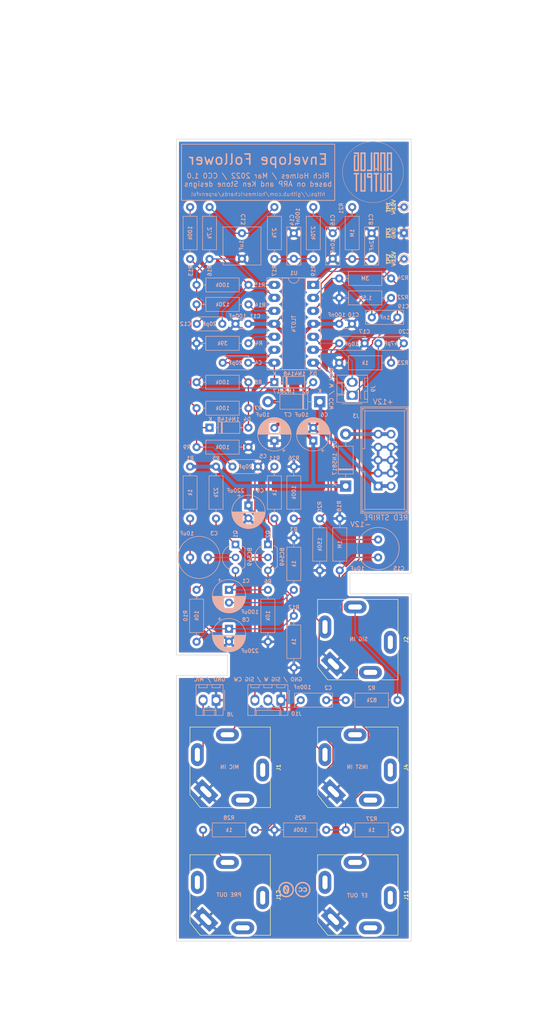
<source format=kicad_pcb>
(kicad_pcb (version 20211014) (generator pcbnew)
  (layers (0 "F.Cu" signal) (31 "B.Cu" signal) (34 "B.Paste" user) (35 "F.Paste" user) (36 "B.SilkS" user "B.Silkscreen") (37 "F.SilkS" user "F.Silkscreen") (38 "B.Mask" user) (39 "F.Mask" user) (44 "Edge.Cuts" user))
  (net 0 "")
  (net 1 "+12V")
  (net 2 "GND")
  (net 3 "-12V")
  (net 4 "/+12_IN")
  (net 5 "/-12_IN")
  (net 6 "Net-(C5-Pad1)")
  (net 7 "Net-(C8-Pad1)")
  (net 8 "Net-(C1-Pad1)")
  (net 9 "Net-(C13-Pad1)")
  (net 10 "Net-(C1-Pad2)")
  (net 11 "Net-(C2-Pad1)")
  (net 12 "Net-(C12-Pad2)")
  (net 13 "Net-(D3-Pad2)")
  (net 14 "/MIC_IN")
  (net 15 "Net-(C14-Pad1)")
  (net 16 "Net-(C3-Pad2)")
  (net 17 "SIGNAL_AC")
  (net 18 "Net-(C4-Pad2)")
  (net 19 "SIGNAL_ATT")
  (net 20 "Net-(C15-Pad2)")
  (net 21 "/INST_IN")
  (net 22 "MIC")
  (net 23 "/SIGNAL_IN")
  (net 24 "/EF_OUT")
  (net 25 "/PRE_OUT")
  (net 26 "Net-(C16-Pad1)")
  (net 27 "Net-(C18-Pad1)")
  (net 28 "GAIN_CCW")
  (net 29 "Net-(C20-Pad1)")
  (net 30 "Net-(C20-Pad2)")
  (net 31 "MIC_OUT")
  (net 32 "Net-(R4-Pad1)")
  (net 33 "Net-(C12-Pad1)")
  (net 34 "Net-(R14-Pad1)")
  (net 35 "Net-(Q1-Pad1)")
  (net 36 "GAIN_W")
  (footprint "ao_tht:Jack_6.35mm_PJ_629HAN_slots" (layer "F.Cu") (at 87.5 150 -90)
    (fp_text reference "J1")
    (fp_text value "AudioJack2_SwitchT")
  )
  (footprint "ao_tht:Jack_6.35mm_PJ_629HAN_slots" (layer "F.Cu") (at 87.5 175 -90)
    (fp_text reference "J12")
    (fp_text value "AudioJack2")
  )
  (footprint "arpenvfol:arpenvfol_panel_holes" (layer "F.Cu") (at 100 100)
    (fp_text reference "GRAF1" hide)
    (fp_text value "Holes" hide)
  )
  (footprint "ao_tht:Jack_6.35mm_PJ_629HAN_slots" (layer "F.Cu") (at 112.5 125 -90)
    (fp_text reference "J2")
    (fp_text value "AudioJack2_SwitchT")
  )
  (footprint "ao_tht:Jack_6.35mm_PJ_629HAN_slots" (layer "F.Cu") (at 112.5 175 -90)
    (fp_text reference "J11")
    (fp_text value "AudioJack2")
  )
  (footprint "ao_tht:Jack_6.35mm_PJ_629HAN_slots" (layer "F.Cu") (at 112.5 150 -90)
    (fp_text reference "J4")
    (fp_text value "AudioJack2_SwitchT")
  )
  (footprint "ao_tht:C_Disc_D5.0mm_W2.5mm_P5.00mm" (layer "B.Cu") (at 108.88 66.98)
    (fp_text reference "C17")
    (fp_text value "10pF")
  )
  (footprint "ao_tht:TO-92_Inline_Wide" (layer "B.Cu") (at 88.57 106.35 -90)
    (fp_text reference "Q1")
    (fp_text value "BC549")
  )
  (footprint "ao_tht:R_Axial_DIN0207_L6.3mm_D2.5mm_P10.16mm_Horizontal" (layer "B.Cu") (at 119.05 58.09 180)
    (fp_text reference "R22")
    (fp_text value "1.5M")
  )
  (footprint "ao_tht:R_Axial_DIN0207_L6.3mm_D2.5mm_P10.16mm_Horizontal" (layer "B.Cu") (at 84.76 91.11 -90)
    (fp_text reference "R5")
    (fp_text value "22k")
  )
  (footprint "ao_tht:D_DO-41_SOD81_P10.16mm_Horizontal" (layer "B.Cu") (at 105.08 78.41 180)
    (fp_text reference "D2")
    (fp_text value "1N5817")
  )
  (footprint "ao_tht:CP_Radial_D6.3mm_P2.50mm" (layer "B.Cu") (at 103.81 86.03 90)
    (fp_text reference "C6")
    (fp_text value "10uF")
  )
  (footprint "ao_tht:R_Axial_DIN0207_L6.3mm_D2.5mm_P10.16mm_Horizontal" (layer "B.Cu") (at 91.11 79.68 180)
    (fp_text reference "R7")
    (fp_text value "100k")
  )
  (footprint "ao_tht:R_Axial_DIN0207_L6.3mm_D2.5mm_P10.16mm_Horizontal" (layer "B.Cu") (at 119.05 54.28 180)
    (fp_text reference "R24")
    (fp_text value "3M")
  )
  (footprint "ao_tht:R_Axial_DIN0207_L6.3mm_D2.5mm_P10.16mm_Horizontal" (layer "B.Cu") (at 79.68 40.31 -90)
    (fp_text reference "R13")
    (fp_text value "100k")
  )
  (footprint "ao_tht:Molex_KK-254_AE-6410-02A_1x02_P2.54mm_Vertical" (layer "B.Cu") (at 84.76 136.83 180)
    (fp_text reference "J8")
    (fp_text value "2_pin_Molex_header")
  )
  (footprint "ao_tht:R_Axial_DIN0207_L6.3mm_D2.5mm_P10.16mm_Horizontal" (layer "B.Cu") (at 80.95 55.55)
    (fp_text reference "R15")
    (fp_text value "100k")
  )
  (footprint "ao_tht:C_Radial_D8.0mm_H11.5mm_P3.50mm" (layer "B.Cu") (at 79.68 108.89)
    (fp_text reference "C3")
    (fp_text value "10uF")
  )
  (footprint "ao_tht:R_Axial_DIN0207_L6.3mm_D2.5mm_P10.16mm_Horizontal" (layer "B.Cu") (at 109 111.43 90)
    (fp_text reference "R18")
    (fp_text value "1M")
  )
  (footprint "ao_tht:CP_Radial_D6.3mm_P2.50mm" (layer "B.Cu") (at 91.11 98.73 -90)
    (fp_text reference "C9")
    (fp_text value "220uF")
  )
  (footprint "ao_tht:CP_Radial_D6.3mm_P2.50mm" (layer "B.Cu") (at 87.3 122.86 -90)
    (fp_text reference "C8")
    (fp_text value "220uF")
  )
  (footprint "ao_tht:TestPoint_THTPad_D1.5mm_Drill0.7mm" (layer "B.Cu") (at 121.59 40.31 -90)
    (fp_text reference "TP1")
    (fp_text value "-12V")
  )
  (footprint "ao_tht:R_Axial_DIN0207_L6.3mm_D2.5mm_P10.16mm_Horizontal" (layer "B.Cu") (at 100 115.24 90)
    (fp_text reference "R3")
    (fp_text value "1k")
  )
  (footprint "ao_tht:R_Axial_DIN0207_L6.3mm_D2.5mm_P10.16mm_Horizontal" (layer "B.Cu") (at 106.35 162.23 180)
    (fp_text reference "R25")
    (fp_text value "100k")
  )
  (footprint "ao_tht:C_Rect_L7.2mm_W7.2mm_P5.00mm_FKS2_FKP2_MKS2_MKP2" (layer "B.Cu") (at 89.84 45.43 -90)
    (fp_text reference "C13")
    (fp_text value "1uF")
  )
  (footprint "ao_tht:R_Axial_DIN0207_L6.3mm_D2.5mm_P10.16mm_Horizontal" (layer "B.Cu") (at 91.11 59.36 180)
    (fp_text reference "R14")
    (fp_text value "120k")
  )
  (footprint "ao_tht:C_Disc_D5.0mm_W2.5mm_P5.00mm" (layer "B.Cu") (at 85.99 63.17 180)
    (fp_text reference "C12")
    (fp_text value "20pF")
  )
  (footprint "ao_tht:D_DO-41_SOD81_P10.16mm_Horizontal" (layer "B.Cu") (at 110.16 94.92 90)
    (fp_text reference "D1")
    (fp_text value "1N5817")
  )
  (footprint "ao_tht:C_Rect_L7.2mm_W2.5mm_P5.00mm_FKS2_FKP2_MKS2_MKP2" (layer "B.Cu") (at 115.24 50.43 90)
    (fp_text reference "C18")
    (fp_text value "2nF")
  )
  (footprint "ao_tht:R_Axial_DIN0207_L6.3mm_D2.5mm_P10.16mm_Horizontal" (layer "B.Cu") (at 108.89 70.79)
    (fp_text reference "R23")
    (fp_text value "1k")
  )
  (footprint "ao_tht:C_Rect_L7.2mm_W2.5mm_P5.00mm_FKS2_FKP2_MKS2_MKP2" (layer "B.Cu") (at 115.28 61.9)
    (fp_text reference "C20")
    (fp_text value "1nF")
  )
  (footprint "ao_tht:C_Disc_D5.0mm_W2.5mm_P5.00mm" (layer "B.Cu") (at 121.55 66.98 180)
    (fp_text reference "C19")
    (fp_text value "47pF")
  )
  (footprint "ao_tht:CC0_logo" (layer "B.Cu") (at 100.127 173.914 180)
    (fp_text reference "GRAF3" hide)
    (fp_text value "CC0 logo" hide)
  )
  (footprint "ao_tht:TO-92_Inline_Wide" (layer "B.Cu") (at 94.92 106.35 -90)
    (fp_text reference "Q2")
    (fp_text value "BC549")
  )
  (footprint "ao_tht:Molex_KK-254_AE-6410-03A_1x03_P2.54mm_Vertical" (layer "B.Cu") (at 97.46 136.83 180)
    (fp_text reference "J10")
    (fp_text value "3_pin_Molex_header")
  )
  (footprint "ao_tht:CP_Radial_D6.3mm_P2.50mm" (layer "B.Cu") (at 87.3 115.24 -90)
    (fp_text reference "C1")
    (fp_text value "100uF")
  )
  (footprint "ao_tht:R_Axial_DIN0207_L6.3mm_D2.5mm_P10.16mm_Horizontal" (layer "B.Cu") (at 105.08 101.27 -90)
    (fp_text reference "R20")
    (fp_text value "150k")
  )
  (footprint "ao_tht:R_Axial_DIN0207_L6.3mm_D2.5mm_P10.16mm_Horizontal" (layer "B.Cu") (at 91.1 66.975 180)
    (fp_text reference "R4")
    (fp_text value "39k")
  )
  (footprint "ao_tht:R_Axial_DIN0207_L6.3mm_D2.5mm_P10.16mm_Horizontal" (layer "B.Cu") (at 92.38 162.23 180)
    (fp_text reference "R28")
    (fp_text value "1k")
  )
  (footprint "ao_tht:C_Disc_D3.0mm_W1.6mm_P2.50mm" (layer "B.Cu") (at 108.89 63.165)
    (fp_text reference "C10")
    (fp_text value "100nF")
  )
  (footprint "ao_tht:Power_Header" (layer "B.Cu") (at 116.51 94.92)
    (fp_text reference "J3")
    (fp_text value "Synth_power_2x5")
  )
  (footprint "ao_tht:C_Rect_L7.2mm_W2.5mm_P5.00mm_FKS2_FKP2_MKS2_MKP2" (layer "B.Cu") (at 107.62 45.43 -90)
    (fp_text reference "C16")
    (fp_text value "10nF")
  )
  (footprint "ao_tht:R_Axial_DIN0207_L6.3mm_D2.5mm_P10.16mm_Horizontal" (layer "B.Cu") (at 103.81 50.47 90)
    (fp_text reference "R19")
    (fp_text value "270k")
  )
  (footprint "ao_tht:R_Axial_DIN0207_L6.3mm_D2.5mm_P10.16mm_Horizontal" (layer "B.Cu") (at 94.92 115.24 -90)
    (fp_text reference "R6")
    (fp_text value "10k")
  )
  (footprint "ao_tht:D_DO-35_SOD27_P7.62mm_Horizontal" (layer "B.Cu") (at 96.18 74.595)
    (fp_text reference "D3")
    (fp_text value "1N4148")
  )
  (footprint "ao_tht:R_Axial_DIN0207_L6.3mm_D2.5mm_P10.16mm_Horizontal" (layer "B.Cu") (at 120.32 136.83 180)
    (fp_text reference "R2")
    (fp_text value "82k")
  )
  (footprint "ao_tht:C_Rect_L7.2mm_W2.5mm_P5.00mm_FKS2_FKP2_MKS2_MKP2" (layer "B.Cu") (at 100 50.43 90)
    (fp_text reference "C14")
    (fp_text value "100nF")
  )
  (footprint "ao_tht:R_Axial_DIN0207_L6.3mm_D2.5mm_P10.16mm_Horizontal" (layer "B.Cu") (at 96.19 40.31 -90)
    (fp_text reference "R17")
    (fp_text value "27k")
  )
  (footprint "ao_tht:R_Axial_DIN0207_L6.3mm_D2.5mm_P10.16mm_Horizontal" (layer "B.Cu") (at 79.68 91.11 -90)
    (fp_text reference "R1")
    (fp_text value "1k")
  )
  (footprint "ao_tht:C_Radial_D8.0mm_H11.5mm_P3.50mm" (layer "B.Cu") (at 116.51 108.89 90)
    (fp_text reference "C15")
    (fp_text value "10uF")
  )
  (footprint "ao_tht:Molex_KK-254_AE-6410-02A_1x02_P2.54mm_Vertical" (layer "B.Cu") (at 111.43 77.14 90)
    (fp_text reference "J9")
    (fp_text value "2_pin_Molex_header")
  )
  (footprint "ao_tht:R_Axial_DIN0207_L6.3mm_D2.5mm_P10.16mm_Horizontal" (layer "B.Cu") (at 110.16 162.23)
    (fp_text reference "R27")
    (fp_text value "1k")
  )
  (footprint "ao_tht:D_DO-35_SOD27_P7.62mm_Horizontal" (layer "B.Cu") (at 83.48 83.49)
    (fp_text reference "D4")
    (fp_text value "1N4148")
  )
  (footprint "ao_tht:R_Axial_DIN0207_L6.3mm_D2.5mm_P10.16mm_Horizontal" (layer "B.Cu") (at 100 120.32 -90)
    (fp_text reference "R12")
    (fp_text value "1k")
  )
  (footprint "ao_tht:C_Disc_D5.0mm_W2.5mm_P5.00mm" (layer "B.Cu") (at 87.975 91.11)
    (fp_text reference "C5")
    (fp_text value "20pF")
  )
  (footprint "ao_tht:R_Axial_DIN0207_L6.3mm_D2.5mm_P10.16mm_Horizontal" (layer "B.Cu") (at 111.43 40.31 -90)
    (fp_text reference "R21")
    (fp_text value "1M")
  )
  (footprint "ao_tht:CP_Radial_D6.3mm_P2.50mm" (layer "B.Cu") (at 96.19 86.03 90)
    (fp_text reference "C7")
    (fp_text value "10uF")
  )
  (footprint "ao_tht:R_Axial_DIN0207_L6.3mm_D2.5mm_P10.16mm_Horizontal" (layer "B.Cu") (at 96.19 91.11 -90)
    (fp_text reference "R11")
    (fp_text value "1k")
  )
  (footprint "ao_tht:R_Axial_DIN0207_L6.3mm_D2.5mm_P10.16mm_Horizontal" (layer "B.Cu") (at 83.49 50.47 90)
    (fp_text reference "R16")
    (fp_text value "2.7k")
  )
  (footprint "ao_tht:C_Disc_D5.0mm_W2.5mm_P5.00mm" (layer "B.Cu") (at 86.07 70.79)
    (fp_text reference "C4")
    (fp_text value "20pF")
  )
  (footprint "ao_tht:R_Axial_DIN0207_L6.3mm_D2.5mm_P10.16mm_Horizontal" (layer "B.Cu") (at 100 101.27 90)
    (fp_text reference "R26")
    (fp_text value "100k")
  )
  (footprint "ao_tht:R_Axial_DIN0207_L6.3mm_D2.5mm_P10.16mm_Horizontal" (layer "B.Cu") (at 91.11 87.3 180)
    (fp_text reference "R9")
    (fp_text value "100k")
  )
  (footprint "ao_tht:analogoutput_12mm" (layer "B.Cu") (at 115.494 33.452 180)
    (fp_text reference "GRAF2" hide)
    (fp_text value "AO logo" hide)
  )
  (footprint "ao_tht:R_Axial_DIN0207_L6.3mm_D2.5mm_P10.16mm_Horizontal" (layer "B.Cu") (at 80.94 74.595)
    (fp_text reference "R8")
    (fp_text value "100k")
  )
  (footprint "ao_tht:TestPoint_THTPad_1.5x1.5mm_Drill0.7mm" (layer "B.Cu") (at 121.59 45.39 -90)
    (fp_text reference "TP3")
    (fp_text value "GND")
  )
  (footprint "ao_tht:R_Axial_DIN0207_L6.3mm_D2.5mm_P10.16mm_Horizontal" (layer "B.Cu") (at 80.95 115.24 -90)
    (fp_text reference "R10")
    (fp_text value "10k")
  )
  (footprint "ao_tht:TestPoint_THTPad_D1.5mm_Drill0.7mm" (layer "B.Cu") (at 121.59 50.47 -90)
    (fp_text reference "TP2")
    (fp_text value "+12V")
  )
  (footprint "ao_tht:DIP-14_W7.62mm_Socket_LongPads" (layer "B.Cu") (at 103.8 55.545 180)
    (fp_text reference "U1")
    (fp_text value "TL074")
  )
  (footprint "ao_tht:C_Disc_D3.0mm_W1.6mm_P2.50mm" (layer "B.Cu") (at 88.57 63.165)
    (fp_text reference "C11")
    (fp_text value "100nF")
  )
  (footprint "ao_tht:C_Rect_L7.2mm_W2.5mm_P5.00mm_FKS2_FKP2_MKS2_MKP2" (layer "B.Cu") (at 106.35 136.83 180)
    (fp_text reference "C2")
    (fp_text value "100nF")
  )
  (gr_rect (start 108 28) (end 78 39) (layer "B.SilkS") (width 0.15) (fill none))
  (gr_line (start 111 112) (end 111 116) (layer "Edge.Cuts") (width 0.1))
  (gr_line (start 123 27) (end 77 27) (layer "Edge.Cuts") (width 0.1))
  (gr_line (start 87 128) (end 77 128) (layer "Edge.Cuts") (width 0.1))
  (gr_line (start 123 112) (end 123 27) (layer "Edge.Cuts") (width 0.1))
  (gr_line (start 87 132) (end 77 132) (layer "Edge.Cuts") (width 0.1))
  (gr_line (start 111 116) (end 123 116) (layer "Edge.Cuts") (width 0.1))
  (gr_line (start 87 128) (end 87 132) (layer "Edge.Cuts") (width 0.1))
  (gr_line (start 123 184) (end 123 116) (layer "Edge.Cuts") (width 0.1))
  (gr_line (start 77 132) (end 77 184) (layer "Edge.Cuts") (width 0.1))
  (gr_line (start 123 112) (end 111 112) (layer "Edge.Cuts") (width 0.1))
  (gr_line (start 77 128) (end 77 128) (layer "Edge.Cuts") (width 0.1))
  (gr_line (start 77 27) (end 77 128) (layer "Edge.Cuts") (width 0.1))
  (gr_line (start 77 184) (end 123 184) (layer "Edge.Cuts") (width 0.1))
  (gr_text "Rich Holmes / Mar 2022 / CC0 1.0\nbased on ARP and Ken Stone designs" (at 93 35) (layer "B.SilkS") (effects (font (size 1 1)) (justify mirror)))
  (gr_text "MIC IN" (at 87.427 149.911) (layer "B.SilkS") (effects (font (size 0.75 0.75)) (justify mirror)))
  (gr_text "EF OUT" (at 112.446 175.057) (layer "B.SilkS") (effects (font (size 0.75 0.75)) (justify mirror)))
  (gr_text "Envelope Follower" (at 93 31) (layer "B.SilkS") (effects (font (size 2 2) (thickness 0.3)) (justify mirror)))
  (gr_text "PRE OUT" (at 87.3 174.93) (layer "B.SilkS") (effects (font (size 0.75 0.75)) (justify mirror)))
  (gr_text "GND / SIG W / SIG CW" (at 94.92 132.766) (layer "B.SilkS") (effects (font (size 0.75 0.75)) (justify mirror)))
  (gr_text "SIG IN" (at 112.7 124.892) (layer "B.SilkS") (effects (font (size 0.75 0.75)) (justify mirror)))
  (gr_text "INST IN" (at 112.446 149.911) (layer "B.SilkS") (effects (font (size 0.75 0.75)) (justify mirror)))
  (gr_text "GND / MIC" (at 83.49 132.766) (layer "B.SilkS") (effects (font (size 0.75 0.75)) (justify mirror)))
  (gr_text "https://github.com/holmesrichards/arpenvfol" (at 93 37.77) (layer "B.SilkS") (effects (font (size 0.75 0.75) (thickness 0.1)) (justify mirror)))
  (gr_text "GAIN W / CCW" (at 107.366 75.87 90) (layer "B.SilkS") (effects (font (size 0.75 0.75)) (justify mirror)))
  (segment (start 101.97548 84.19548) (end 103.81 86.03) (width 0.75) (layer "F.Cu") (net 1))
  (segment (start 103.8 63.165) (end 101.97548 64.98952) (width 0.75) (layer "F.Cu") (net 1))
  (segment (start 121.19899 50.47) (end 108.89 62.77899) (width 0.25) (layer "F.Cu") (net 1))
  (segment (start 101.97548 64.98952) (end 101.97548 84.19548) (width 0.75) (layer "F.Cu") (net 1))
  (segment (start 91.11 99.215436) (end 91.11 98.73) (width 0.75) (layer "B.Cu") (net 1))
  (segment (start 91.11 94.92) (end 91.11 98.73) (width 0.75) (layer "B.Cu") (net 1))
  (segment (start 94.92 106.35) (end 94.92 103.025436) (width 0.75) (layer "B.Cu") (net 1))
  (segment (start 94.92 103.025436) (end 91.11 99.215436) (width 0.75) (layer "B.Cu") (net 1))
  (segment (start 88.57 94.92) (end 84.76 91.11) (width 0.75) (layer "B.Cu") (net 1))
  (segment (start 84.76 91.11) (end 79.68 91.11) (width 0.75) (layer "B.Cu") (net 1))
  (segment (start 103.81 94.92) (end 91.11 94.92) (width 0.75) (layer "B.Cu") (net 1))
  (segment (start 110.16 94.92) (end 103.81 94.92) (width 0.75) (layer "B.Cu") (net 1))
  (segment (start 103.81 94.92) (end 103.81 86.03) (width 0.75) (layer "B.Cu") (net 1))
  (segment (start 103.8 63.165) (end 108.89 63.165) (width 0.75) (layer "B.Cu") (net 1))
  (segment (start 91.11 94.92) (end 88.57 94.92) (width 0.75) (layer "B.Cu") (net 1))
  (segment (start 102.225489 57.119511) (end 102.225489 54.163501) (width 0.25) (layer "F.Cu") (net 3))
  (segment (start 98.222 78.537) (end 98.222 81.498) (width 0.75) (layer "F.Cu") (net 3))
  (segment (start 98.222 78.537) (end 98.095 78.41) (width 0.75) (layer "F.Cu") (net 3))
  (segment (start 96.18 63.165) (end 102.225489 57.119511) (width 0.25) (layer "F.Cu") (net 3))
  (segment (start 98.222 65.207) (end 98.222 78.537) (width 0.75) (layer "F.Cu") (net 3))
  (segment (start 102.225489 54.163501) (end 116.07899 40.31) (width 0.25) (layer "F.Cu") (net 3))
  (segment (start 98.222 81.498) (end 96.19 83.53) (width 0.75) (layer "F.Cu") (net 3))
  (segment (start 96.18 63.165) (end 98.222 65.207) (width 0.75) (layer "F.Cu") (net 3))
  (segment (start 116.07899 40.31) (end 121.59 40.31) (width 0.25) (layer "F.Cu") (net 3))
  (segment (start 98.095 78.41) (end 94.92 78.41) (width 0.75) (layer "F.Cu") (net 3))
  (segment (start 91.07 63.165) (end 96.18 63.165) (width 0.75) (layer "B.Cu") (net 3))
  (segment (start 119.05 84.76) (end 116.51 84.76) (width 0.75) (layer "B.Cu") (net 4))
  (segment (start 116.51 84.76) (end 110.16 84.76) (width 0.75) (layer "B.Cu") (net 4))
  (segment (start 105.234511 83.644511) (end 105.234511 78.564511) (width 0.75) (layer "B.Cu") (net 5))
  (segment (start 116.51 94.92) (end 105.234511 83.644511) (width 0.75) (layer "B.Cu") (net 5))
  (segment (start 119.05 94.92) (end 116.51 94.92) (width 0.75) (layer "B.Cu") (net 5))
  (segment (start 80.95 83.49) (end 80.95 87.3) (width 0.25) (layer "F.Cu") (net 6))
  (segment (start 80.95 61.011) (end 79.815489 62.145511) (width 0.25) (layer "F.Cu") (net 6))
  (segment (start 79.815489 62.145511) (end 79.815489 78.545489) (width 0.25) (layer "F.Cu") (net 6))
  (segment (start 79.815489 78.545489) (end 80.95 79.68) (width 0.25) (layer "F.Cu") (net 6))
  (segment (start 80.95 59.36) (end 80.95 61.011) (width 0.25) (layer "F.Cu") (net 6))
  (segment (start 80.95 79.68) (end 80.95 83.49) (width 0.25) (layer "F.Cu") (net 6))
  (segment (start 80.95 83.49) (end 83.48 83.49) (width 0.25) (layer "F.Cu") (net 6))
  (segment (start 80.95 87.3) (end 84.165 87.3) (width 0.25) (layer "B.Cu") (net 6))
  (segment (start 84.165 87.3) (end 87.975 91.11) (width 0.25) (layer "B.Cu") (net 6))
  (segment (start 100 116.8303) (end 100 120.32) (width 0.25) (layer "F.Cu") (net 7))
  (segment (start 96.571 113.4013) (end 100 116.8303) (width 0.25) (layer "F.Cu") (net 7))
  (segment (start 96.571 101.651) (end 96.571 113.4013) (width 0.25) (layer "F.Cu") (net 7))
  (segment (start 87.3 122.86) (end 97.46 122.86) (width 0.25) (layer "B.Cu") (net 7))
  (segment (start 83.49 122.86) (end 80.95 125.4) (width 0.25) (layer "B.Cu") (net 7))
  (segment (start 87.3 122.86) (end 83.49 122.86) (width 0.25) (layer "B.Cu") (net 7))
  (segment (start 97.46 122.86) (end 100 120.32) (width 0.25) (layer "B.Cu") (net 7))
  (segment (start 88.57 111.43) (end 88.57 113.97) (width 0.25) (layer "F.Cu") (net 8))
  (segment (start 88.57 113.97) (end 87.3 115.24) (width 0.25) (layer "F.Cu") (net 8))
  (segment (start 94.92 115.24) (end 87.3 115.24) (width 0.25) (layer "B.Cu") (net 8))
  (segment (start 89.84 45.43) (end 91.07 45.43) (width 0.25) (layer "B.Cu") (net 9))
  (segment (start 83.49 40.31) (end 88.61 45.43) (width 0.25) (layer "B.Cu") (net 9))
  (segment (start 88.61 45.43) (end 89.84 45.43) (width 0.25) (layer "B.Cu") (net 9))
  (segment (start 91.07 45.43) (end 96.19 40.31) (width 0.25) (layer "B.Cu") (net 9))
  (segment (start 97.5 117.74) (end 100 115.24) (width 0.25) (layer "B.Cu") (net 10))
  (segment (start 87.3 117.74) (end 97.5 117.74) (width 0.25) (layer "B.Cu") (net 10))
  (segment (start 110.16 136.83) (end 106.35 136.83) (width 0.25) (layer "B.Cu") (net 11))
  (segment (start 82.074511 62.085489) (end 80.99 63.17) (width 0.25) (layer "F.Cu") (net 12))
  (segment (start 82.074511 58.894211) (end 82.074511 62.085489) (width 0.25) (layer "F.Cu") (net 12))
  (segment (start 81.415789 58.235489) (end 82.074511 58.894211) (width 0.25) (layer "F.Cu") (net 12))
  (segment (start 80.95 55.55) (end 80.95 57.836) (width 0.25) (layer "F.Cu") (net 12))
  (segment (start 81.349489 58.235489) (end 81.415789 58.235489) (width 0.25) (layer "F.Cu") (net 12))
  (segment (start 80.95 57.836) (end 81.349489 58.235489) (width 0.25) (layer "F.Cu") (net 12))
  (segment (start 93.264 55.545) (end 88.189 50.47) (width 0.25) (layer "B.Cu") (net 12))
  (segment (start 80.95 55.55) (end 80.95 53.01) (width 0.25) (layer "B.Cu") (net 12))
  (segment (start 96.18 55.545) (end 93.264 55.545) (width 0.25) (layer "B.Cu") (net 12))
  (segment (start 88.189 50.47) (end 83.49 50.47) (width 0.25) (layer "B.Cu") (net 12))
  (segment (start 80.95 53.01) (end 83.49 50.47) (width 0.25) (layer "B.Cu") (net 12))
  (segment (start 80.94 74.595) (end 82.79651 72.73849) (width 0.25) (layer "F.Cu") (net 13))
  (segment (start 82.79651 53.58651) (end 79.68 50.47) (width 0.25) (layer "F.Cu") (net 13))
  (segment (start 82.79651 72.73849) (end 82.79651 53.58651) (width 0.25) (layer "F.Cu") (net 13))
  (segment (start 103.8 74.595) (end 102.675489 75.719511) (width 0.25) (layer "B.Cu") (net 13))
  (segment (start 102.675489 75.719511) (end 82.064511 75.719511) (width 0.25) (layer "B.Cu") (net 13))
  (segment (start 82.064511 75.719511) (end 80.94 74.595) (width 0.25) (layer "B.Cu") (net 13))
  (segment (start 79.68 119.3303) (end 79.68 108.89) (width 0.25) (layer "F.Cu") (net 14))
  (segment (start 86.860511 126.484511) (end 86.834211 126.484511) (width 0.25) (layer "F.Cu") (net 14))
  (segment (start 86.834211 126.484511) (end 79.68 119.3303) (width 0.25) (layer "F.Cu") (net 14))
  (segment (start 87 143.6) (end 88.443 142.157) (width 0.25) (layer "F.Cu") (net 14))
  (segment (start 88.443 128.067) (end 86.860511 126.484511) (width 0.25) (layer "F.Cu") (net 14))
  (segment (start 88.443 142.157) (end 88.443 128.067) (width 0.25) (layer "F.Cu") (net 14))
  (segment (start 79.68 101.27) (end 79.68 108.89) (width 0.25) (layer "F.Cu") (net 14))
  (segment (start 100 50.43) (end 103.77 50.43) (width 0.25) (layer "B.Cu") (net 15))
  (segment (start 96.19 50.47) (end 99.96 50.47) (width 0.25) (layer "B.Cu") (net 15))
  (segment (start 83.18 113.01) (end 80.95 115.24) (width 0.25) (layer "F.Cu") (net 16))
  (segment (start 83.18 108.89) (end 83.18 113.01) (width 0.25) (layer "F.Cu") (net 16))
  (segment (start 88.57 108.89) (end 83.18 108.89) (width 0.25) (layer "B.Cu") (net 16))
  (segment (start 99.92548 138.25452) (end 96.34452 138.25452) (width 0.25) (layer "B.Cu") (net 17))
  (segment (start 101.35 136.83) (end 99.92548 138.25452) (width 0.25) (layer "B.Cu") (net 17))
  (segment (start 96.34452 138.25452) (end 94.92 136.83) (width 0.25) (layer "B.Cu") (net 17))
  (segment (start 92.234511 77.490489) (end 92.234511 81.222489) (width 0.25) (layer "F.Cu") (net 18))
  (segment (start 96.18 70.785) (end 96.18 74.595) (width 0.25) (layer "F.Cu") (net 18))
  (segment (start 96.18 74.595) (end 95.13 74.595) (width 0.25) (layer "F.Cu") (net 18))
  (segment (start 95.13 74.595) (end 92.234511 77.490489) (width 0.25) (layer "F.Cu") (net 18))
  (segment (start 91.1 82.357) (end 91.1 83.49) (width 0.25) (layer "F.Cu") (net 18))
  (segment (start 92.234511 81.222489) (end 91.1 82.357) (width 0.25) (layer "F.Cu") (net 18))
  (segment (start 91.07 70.79) (end 96.175 70.79) (width 0.25) (layer "B.Cu") (net 18))
  (segment (start 89.975489 82.719511) (end 89.975489 91.245489) (width 0.25) (layer "F.Cu") (net 19))
  (segment (start 92.38 93.65) (end 92.38 136.83) (width 0.25) (layer "F.Cu") (net 19))
  (segment (start 91.11 79.68) (end 91.11 81.585) (width 0.25) (layer "F.Cu") (net 19))
  (segment (start 91.11 81.585) (end 89.975489 82.719511) (width 0.25) (layer "F.Cu") (net 19))
  (segment (start 86.07 70.79) (end 87.295 70.79) (width 0.25) (layer "F.Cu") (net 19))
  (segment (start 91.1 74.595) (end 91.1 79.67) (width 0.25) (layer "F.Cu") (net 19))
  (segment (start 87.295 70.79) (end 91.1 74.595) (width 0.25) (layer "F.Cu") (net 19))
  (segment (start 89.975489 91.245489) (end 92.38 93.65) (width 0.25) (layer "F.Cu") (net 19))
  (segment (start 87.213 69.647) (end 86.07 70.79) (width 0.25) (layer "B.Cu") (net 19))
  (segment (start 96.18 68.245) (end 94.778 69.647) (width 0.25) (layer "B.Cu") (net 19))
  (segment (start 94.778 69.647) (end 87.213 69.647) (width 0.25) (layer "B.Cu") (net 19))
  (segment (start 107.30751 99.04249) (end 105.08 101.27) (width 0.25) (layer "F.Cu") (net 20))
  (segment (start 108.88 66.98) (end 107.30751 68.55249) (width 0.25) (layer "F.Cu") (net 20))
  (segment (start 107.30751 68.55249) (end 107.30751 99.04249) (width 0.25) (layer "F.Cu") (net 20))
  (segment (start 109.2 105.39) (end 116.51 105.39) (width 0.25) (layer "B.Cu") (net 20))
  (segment (start 105.075 66.98) (end 103.8 65.705) (width 0.25) (layer "B.Cu") (net 20))
  (segment (start 105.08 101.27) (end 109.2 105.39) (width 0.25) (layer "B.Cu") (net 20))
  (segment (start 108.88 66.98) (end 105.075 66.98) (width 0.25) (layer "B.Cu") (net 20))
  (segment (start 108.89 111.54) (end 108.89 127.848037) (width 0.25) (layer "F.Cu") (net 21))
  (segment (start 111.97597 130.934007) (end 111.97597 143.57597) (width 0.25) (layer "F.Cu") (net 21))
  (segment (start 108.89 127.848037) (end 111.97597 130.934007) (width 0.25) (layer "F.Cu") (net 21))
  (segment (start 111.54 108.89) (end 116.51 108.89) (width 0.25) (layer "B.Cu") (net 21))
  (segment (start 109 111.43) (end 111.54 108.89) (width 0.25) (layer "B.Cu") (net 21))
  (segment (start 82.22 146.38) (end 81.1 147.5) (width 0.25) (layer "F.Cu") (net 22))
  (segment (start 82.22 136.83) (end 82.22 146.38) (width 0.25) (layer "F.Cu") (net 22))
  (segment (start 112 124.064296) (end 112 118.6) (width 0.25) (layer "B.Cu") (net 23))
  (segment (start 120.32 136.83) (end 120.32 132.384296) (width 0.25) (layer "B.Cu") (net 23))
  (segment (start 120.32 132.384296) (end 112 124.064296) (width 0.25) (layer "B.Cu") (net 23))
  (segment (start 120.32 162.23) (end 118.37 162.23) (width 0.25) (layer "F.Cu") (net 24))
  (segment (start 118.37 162.23) (end 112 168.6) (width 0.25) (layer "F.Cu") (net 24))
  (segment (start 82.22 163.82) (end 87 168.6) (width 0.25) (layer "F.Cu") (net 25))
  (segment (start 82.22 162.23) (end 82.22 163.82) (width 0.25) (layer "F.Cu") (net 25))
  (segment (start 103.81 40.31) (end 103.81 41.62) (width 0.25) (layer "B.Cu") (net 26))
  (segment (start 103.81 41.62) (end 107.62 45.43) (width 0.25) (layer "B.Cu") (net 26))
  (segment (start 107.62 45.43) (end 111.43 41.62) (width 0.25) (layer "B.Cu") (net 26))
  (segment (start 111.43 41.62) (end 111.43 40.31) (width 0.25) (layer "B.Cu") (net 26))
  (segment (start 105.32452 55.30548) (end 105.32452 59.10048) (width 0.25) (layer "F.Cu") (net 27))
  (segment (start 105.32452 59.10048) (end 103.8 60.625) (width 0.25) (layer "F.Cu") (net 27))
  (segment (start 110.16 50.47) (end 111.43 50.47) (width 0.25) (layer "F.Cu") (net 27))
  (segment (start 105.32452 55.30548) (end 110.16 50.47) (width 0.25) (layer "F.Cu") (net 27))
  (segment (start 111.43 50.47) (end 115.2 50.47) (width 0.25) (layer "F.Cu") (net 27))
  (segment (start 106.731 73.716) (end 106.731 95.809) (width 0.25) (layer "F.Cu") (net 28))
  (segment (start 104.960606 143.133899) (end 107.67452 145.847813) (width 0.25) (layer "F.Cu") (net 28))
  (segment (start 106.731 95.809) (end 101.27 101.27) (width 0.25) (layer "F.Cu") (net 28))
  (segment (start 103.8 70.785) (end 106.731 73.716) (width 0.25) (layer "F.Cu") (net 28))
  (segment (start 106.1 122.5) (end 104.960606 123.639394) (width 0.25) (layer "F.Cu") (net 28))
  (segment (start 101.27 117.67) (end 106.1 122.5) (width 0.25) (layer "F.Cu") (net 28))
  (segment (start 94.596707 162.23) (end 92.38 162.23) (width 0.25) (layer "F.Cu") (net 28))
  (segment (start 107.67452 149.152187) (end 94.596707 162.23) (width 0.25) (layer "F.Cu") (net 28))
  (segment (start 104.960606 123.639394) (end 104.960606 143.133899) (width 0.25) (layer "F.Cu") (net 28))
  (segment (start 107.67452 145.847813) (end 107.67452 149.152187) (width 0.25) (layer "F.Cu") (net 28))
  (segment (start 101.27 101.27) (end 101.27 117.67) (width 0.25) (layer "F.Cu") (net 28))
  (segment (start 101.27 101.27) (end 100 101.27) (width 0.25) (layer "F.Cu") (net 28))
  (segment (start 111.43 77.14) (end 116.55 72.02) (width 0.25) (layer "B.Cu") (net 28))
  (segment (start 105.075 70.785) (end 111.43 77.14) (width 0.25) (layer "B.Cu") (net 28))
  (segment (start 103.8 70.785) (end 105.075 70.785) (width 0.25) (layer "B.Cu") (net 28))
  (segment (start 116.55 72.02) (end 116.55 66.98) (width 0.25) (layer "B.Cu") (net 28))
  (segment (start 115.28 60.67) (end 108.89 54.28) (width 0.25) (layer "B.Cu") (net 29))
  (segment (start 115.28 61.9) (end 115.28 60.67) (width 0.25) (layer "B.Cu") (net 29))
  (segment (start 119.05 58.09) (end 115.28 61.86) (width 0.25) (layer "B.Cu") (net 29))
  (segment (start 107.605 54.28) (end 103.8 58.085) (width 0.25) (layer "B.Cu") (net 29))
  (segment (start 108.89 54.28) (end 107.605 54.28) (width 0.25) (layer "B.Cu") (net 29))
  (segment (start 120.28 55.51) (end 119.05 54.28) (width 0.25) (layer "F.Cu") (net 30))
  (segment (start 115.425489 67.048511) (end 112.827 69.647) (width 0.25) (layer "F.Cu") (net 30))
  (segment (start 120.28 61.9) (end 116.324511 65.855489) (width 0.25) (layer "F.Cu") (net 30))
  (segment (start 109.42548 127.747813) (end 112.425481 130.747814) (width 0.25) (layer "F.Cu") (net 30))
  (segment (start 110.16 158.013293) (end 110.16 162.23) (width 0.25) (layer "F.Cu") (net 30))
  (segment (start 112.425481 130.747814) (end 112.42548 140.798773) (width 0.25) (layer "F.Cu") (net 30))
  (segment (start 112.827 78.025493) (end 112.827 109.1933) (width 0.25) (layer "F.Cu") (net 30))
  (segment (start 112.85452 74.105214) (end 112.85452 77.997973) (width 0.25) (layer "F.Cu") (net 30))
  (segment (start 116.324511 65.855489) (end 116.084211 65.855489) (width 0.25) (layer "F.Cu") (net 30))
  (segment (start 112.827 109.1933) (end 109.42548 112.59482) (width 0.25) (layer "F.Cu") (net 30))
  (segment (start 115.425489 66.514211) (end 115.425489 67.048511) (width 0.25) (layer "F.Cu") (net 30))
  (segment (start 114.57452 153.598773) (end 110.16 158.013293) (width 0.25) (layer "F.Cu") (net 30))
  (segment (start 112.42548 140.798773) (end 114.57452 142.947813) (width 0.25) (layer "F.Cu") (net 30))
  (segment (start 112.85452 77.997973) (end 112.827 78.025493) (width 0.25) (layer "F.Cu") (net 30))
  (segment (start 109.42548 112.59482) (end 109.42548 127.747813) (width 0.25) (layer "F.Cu") (net 30))
  (segment (start 114.57452 142.947813) (end 114.57452 153.598773) (width 0.25) (layer "F.Cu") (net 30))
  (segment (start 112.827 69.647) (end 112.827 74.077694) (width 0.25) (layer "F.Cu") (net 30))
  (segment (start 112.827 74.077694) (end 112.85452 74.105214) (width 0.25) (layer "F.Cu") (net 30))
  (segment (start 120.28 61.9) (end 120.28 55.51) (width 0.25) (layer "F.Cu") (net 30))
  (segment (start 116.084211 65.855489) (end 115.425489 66.514211) (width 0.25) (layer "F.Cu") (net 30))
  (segment (start 117.653 52.883) (end 106.462 52.883) (width 0.25) (layer "B.Cu") (net 30))
  (segment (start 110.16 162.23) (end 106.35 162.23) (width 0.25) (layer "B.Cu") (net 30))
  (segment (start 119.05 54.28) (end 117.653 52.883) (width 0.25) (layer "B.Cu") (net 30))
  (segment (start 106.462 52.883) (end 103.8 55.545) (width 0.25) (layer "B.Cu") (net 30))
  (segment (start 98.661489 116.232149) (end 98.661489 140.061489) (width 0.25) (layer "F.Cu") (net 31))
  (segment (start 94.92 112.49066) (end 98.661489 116.232149) (width 0.25) (layer "F.Cu") (net 31))
  (segment (start 95.065489 92.234511) (end 95.065489 101.923489) (width 0.25) (layer "F.Cu") (net 31))
  (segment (start 96.044511 110.305489) (end 94.92 111.43) (width 0.25) (layer "F.Cu") (net 31))
  (segment (start 96.044511 102.902511) (end 96.044511 110.305489) (width 0.25) (layer "F.Cu") (net 31))
  (segment (start 96.19 91.11) (end 95.065489 92.234511) (width 0.25) (layer "F.Cu") (net 31))
  (segment (start 98.661489 140.061489) (end 106.1 147.5) (width 0.25) (layer "F.Cu") (net 31))
  (segment (start 94.92 111.43) (end 94.92 112.49066) (width 0.25) (layer "F.Cu") (net 31))
  (segment (start 95.065489 101.923489) (end 96.044511 102.902511) (width 0.25) (layer "F.Cu") (net 31))
  (segment (start 96.18 65.705) (end 92.37 65.705) (width 0.25) (layer "B.Cu") (net 32))
  (segment (start 92.37 65.705) (end 91.1 66.975) (width 0.25) (layer "B.Cu") (net 32))
  (segment (start 79.68 44.12) (end 79.68 40.31) (width 0.25) (layer "F.Cu") (net 33))
  (segment (start 91.11 55.55) (end 79.68 44.12) (width 0.25) (layer "F.Cu") (net 33))
  (segment (start 94.28 56.185) (end 91.745 56.185) (width 0.25) (layer "B.Cu") (net 33))
  (segment (start 91.11 55.55) (end 85.99 60.67) (width 0.25) (layer "B.Cu") (net 33))
  (segment (start 91.745 56.185) (end 91.11 55.55) (width 0.25) (layer "B.Cu") (net 33))
  (segment (start 85.99 60.67) (end 85.99 63.17) (width 0.25) (layer "B.Cu") (net 33))
  (segment (start 96.18 58.085) (end 94.28 56.185) (width 0.25) (layer "B.Cu") (net 33))
  (segment (start 96.18 60.625) (end 92.375 60.625) (width 0.25) (layer "B.Cu") (net 34))
  (segment (start 92.375 60.625) (end 91.11 59.36) (width 0.25) (layer "B.Cu") (net 34))
  (segment (start 84.76 102.54) (end 88.57 106.35) (width 0.25) (layer "F.Cu") (net 35))
  (segment (start 84.76 101.27) (end 84.76 102.54) (width 0.25) (layer "F.Cu") (net 35))
  (segment (start 91.11 108.89) (end 88.57 106.35) (width 0.25) (layer "B.Cu") (net 35))
  (segment (start 94.92 108.89) (end 91.11 108.89) (width 0.25) (layer "B.Cu") (net 35))
  (segment (start 119.04 69.49) (end 121.55 66.98) (width 0.25) (layer "F.Cu") (net 36))
  (segment (start 119.04 70.79) (end 119.04 69.49) (width 0.25) (layer "F.Cu") (net 36))
  (segment (start 120.425489 65.855489) (end 121.55 66.98) (width 0.25) (layer "B.Cu") (net 36))
  (segment (start 103.8 68.245) (end 109.2053 68.245) (width 0.25) (layer "B.Cu") (net 36))
  (segment (start 109.2053 68.245) (end 111.594811 65.855489) (width 0.25) (layer "B.Cu") (net 36))
  (segment (start 111.43 70.4697) (end 111.43 74.6) (width 0.25) (layer "B.Cu") (net 36))
  (segment (start 111.594811 65.855489) (end 120.425489 65.855489) (width 0.25) (layer "B.Cu") (net 36))
  (segment (start 109.2053 68.245) (end 111.43 70.4697) (width 0.25) (layer "B.Cu") (net 36))
  (zone (net 2) (net_name "GND") (layers F&B.Cu) (connect_pads (clearance 0.508)) (min_thickness 0.254) (fill yes (thermal_gap 0.508) (thermal_bridge_width 0.508))
    (polygon (pts (xy 123 112) (xy 111 112) (xy 111 116) (xy 123 116) (xy 123 184) (xy 77 184) (xy 77 132) (xy 87 132) (xy 87 128) (xy 77 128) (xy 77 27) (xy 123 27)))
  )
)
</source>
